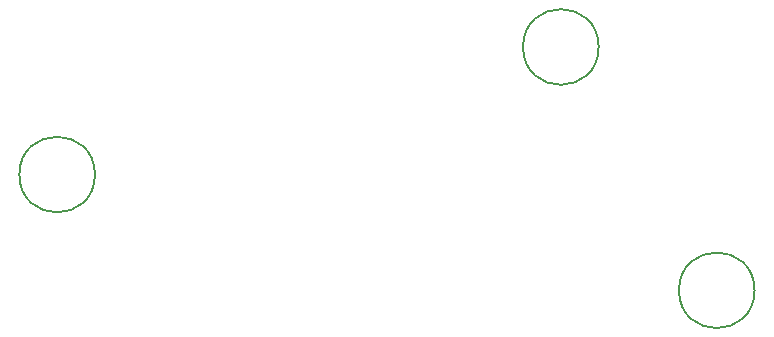
<source format=gbr>
G04 #@! TF.GenerationSoftware,KiCad,Pcbnew,6.0.9-8da3e8f707~116~ubuntu20.04.1*
G04 #@! TF.CreationDate,2023-03-26T15:22:19+00:00*
G04 #@! TF.ProjectId,LEC000043,4c454330-3030-4303-9433-2e6b69636164,rev?*
G04 #@! TF.SameCoordinates,Original*
G04 #@! TF.FileFunction,Other,Comment*
%FSLAX46Y46*%
G04 Gerber Fmt 4.6, Leading zero omitted, Abs format (unit mm)*
G04 Created by KiCad (PCBNEW 6.0.9-8da3e8f707~116~ubuntu20.04.1) date 2023-03-26 15:22:19*
%MOMM*%
%LPD*%
G01*
G04 APERTURE LIST*
%ADD10C,0.150000*%
G04 APERTURE END LIST*
D10*
G04 #@! TO.C,H1*
X6550000Y16700000D02*
G75*
G03*
X6550000Y16700000I-3200000J0D01*
G01*
G04 #@! TO.C,H2*
X62400000Y6900000D02*
G75*
G03*
X62400000Y6900000I-3200000J0D01*
G01*
G04 #@! TO.C,H3*
X49200000Y27500000D02*
G75*
G03*
X49200000Y27500000I-3200000J0D01*
G01*
G04 #@! TD*
M02*

</source>
